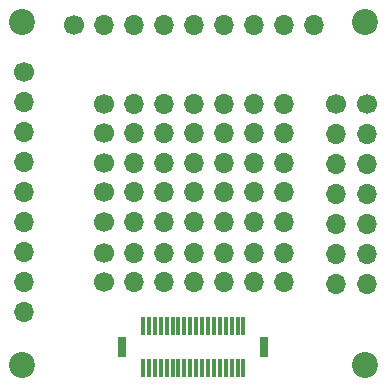
<source format=gbr>
G04 #@! TF.GenerationSoftware,KiCad,Pcbnew,(6.0.5)*
G04 #@! TF.CreationDate,2022-07-08T11:37:32+02:00*
G04 #@! TF.ProjectId,MovuinoProtoShield_v2.0,4d6f7675-696e-46f5-9072-6f746f536869,rev?*
G04 #@! TF.SameCoordinates,Original*
G04 #@! TF.FileFunction,Soldermask,Bot*
G04 #@! TF.FilePolarity,Negative*
%FSLAX46Y46*%
G04 Gerber Fmt 4.6, Leading zero omitted, Abs format (unit mm)*
G04 Created by KiCad (PCBNEW (6.0.5)) date 2022-07-08 11:37:32*
%MOMM*%
%LPD*%
G01*
G04 APERTURE LIST*
%ADD10C,1.700000*%
%ADD11O,1.700000X1.700000*%
%ADD12C,2.200000*%
%ADD13R,0.300000X1.600000*%
%ADD14R,0.800000X1.800000*%
G04 APERTURE END LIST*
D10*
G04 #@! TO.C,REF\u002A\u002A*
X157700000Y-38000000D03*
D11*
X157700000Y-40540000D03*
X157700000Y-43080000D03*
X157700000Y-45620000D03*
X157700000Y-48160000D03*
X157700000Y-50700000D03*
X157700000Y-53240000D03*
G04 #@! TD*
D10*
G04 #@! TO.C,REF\u002A\u002A*
X135450000Y-43000000D03*
D11*
X137990000Y-43000000D03*
X140530000Y-43000000D03*
X143070000Y-43000000D03*
X145610000Y-43000000D03*
X148150000Y-43000000D03*
X150690000Y-43000000D03*
G04 #@! TD*
D12*
G04 #@! TO.C,*
X128520000Y-31104214D03*
G04 #@! TD*
G04 #@! TO.C,*
X157520000Y-31104214D03*
G04 #@! TD*
D10*
G04 #@! TO.C,REF\u002A\u002A*
X135475000Y-40500000D03*
D11*
X138015000Y-40500000D03*
X140555000Y-40500000D03*
X143095000Y-40500000D03*
X145635000Y-40500000D03*
X148175000Y-40500000D03*
X150715000Y-40500000D03*
G04 #@! TD*
D12*
G04 #@! TO.C,*
X128520000Y-60104214D03*
G04 #@! TD*
D10*
G04 #@! TO.C,REF\u002A\u002A*
X135450000Y-53100000D03*
D11*
X137990000Y-53100000D03*
X140530000Y-53100000D03*
X143070000Y-53100000D03*
X145610000Y-53100000D03*
X148150000Y-53100000D03*
X150690000Y-53100000D03*
G04 #@! TD*
D12*
G04 #@! TO.C,*
X157520000Y-60104214D03*
G04 #@! TD*
D10*
G04 #@! TO.C,REF\u002A\u002A*
X155100000Y-38000000D03*
D11*
X155100000Y-40540000D03*
X155100000Y-43080000D03*
X155100000Y-45620000D03*
X155100000Y-48160000D03*
X155100000Y-50700000D03*
X155100000Y-53240000D03*
G04 #@! TD*
D10*
G04 #@! TO.C,REF\u002A\u002A*
X128700000Y-35350000D03*
D11*
X128700000Y-37890000D03*
X128700000Y-40430000D03*
X128700000Y-42970000D03*
X128700000Y-45510000D03*
X128700000Y-48050000D03*
X128700000Y-50590000D03*
X128700000Y-53130000D03*
X128700000Y-55670000D03*
G04 #@! TD*
D10*
G04 #@! TO.C,REF\u002A\u002A*
X135450000Y-45500000D03*
D11*
X137990000Y-45500000D03*
X140530000Y-45500000D03*
X143070000Y-45500000D03*
X145610000Y-45500000D03*
X148150000Y-45500000D03*
X150690000Y-45500000D03*
G04 #@! TD*
D10*
G04 #@! TO.C,REF\u002A\u002A*
X135450000Y-50600000D03*
D11*
X137990000Y-50600000D03*
X140530000Y-50600000D03*
X143070000Y-50600000D03*
X145610000Y-50600000D03*
X148150000Y-50600000D03*
X150690000Y-50600000D03*
G04 #@! TD*
D10*
G04 #@! TO.C,REF\u002A\u002A*
X135450000Y-48000000D03*
D11*
X137990000Y-48000000D03*
X140530000Y-48000000D03*
X143070000Y-48000000D03*
X145610000Y-48000000D03*
X148150000Y-48000000D03*
X150690000Y-48000000D03*
G04 #@! TD*
D10*
G04 #@! TO.C,REF\u002A\u002A*
X132900000Y-31300000D03*
D11*
X135440000Y-31300000D03*
X137980000Y-31300000D03*
X140520000Y-31300000D03*
X143060000Y-31300000D03*
X145600000Y-31300000D03*
X148140000Y-31300000D03*
X150680000Y-31300000D03*
X153220000Y-31300000D03*
G04 #@! TD*
D10*
G04 #@! TO.C,REF\u002A\u002A*
X135475000Y-38000000D03*
D11*
X138015000Y-38000000D03*
X140555000Y-38000000D03*
X143095000Y-38000000D03*
X145635000Y-38000000D03*
X148175000Y-38000000D03*
X150715000Y-38000000D03*
G04 #@! TD*
D13*
G04 #@! TO.C,J1*
X138750000Y-56800000D03*
X138750000Y-60400000D03*
X139250000Y-56800000D03*
X139250000Y-60400000D03*
X139750000Y-56800000D03*
X139750000Y-60400000D03*
X140250000Y-56800000D03*
X140250000Y-60400000D03*
X140750000Y-56800000D03*
X140750000Y-60400000D03*
X141250000Y-56800000D03*
X141250000Y-60400000D03*
X141750000Y-56800000D03*
X141750000Y-60400000D03*
X142250000Y-56800000D03*
X142250000Y-60400000D03*
X142750000Y-56800000D03*
X142750000Y-60400000D03*
X143250000Y-56800000D03*
X143250000Y-60400000D03*
X143750000Y-56800000D03*
X143750000Y-60400000D03*
X144250000Y-56800000D03*
X144250000Y-60400000D03*
X144750000Y-56800000D03*
X144750000Y-60400000D03*
X145250000Y-56800000D03*
X145250000Y-60400000D03*
X145750000Y-56800000D03*
X145750000Y-60400000D03*
X146250000Y-56800000D03*
X146250000Y-60400000D03*
X146750000Y-56800000D03*
X146750000Y-60400000D03*
X147250000Y-56800000D03*
X147250000Y-60400000D03*
D14*
X137000000Y-58600000D03*
X149000000Y-58600000D03*
G04 #@! TD*
M02*

</source>
